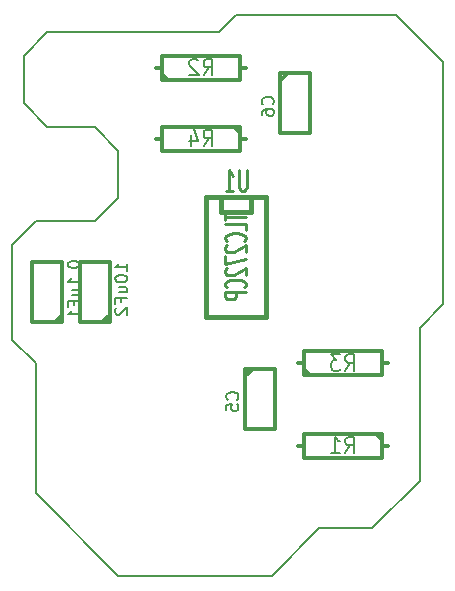
<source format=gbo>
G04 #@! TF.FileFunction,Legend,Bot*
%FSLAX46Y46*%
G04 Gerber Fmt 4.6, Leading zero omitted, Abs format (unit mm)*
G04 Created by KiCad (PCBNEW 4.0.2-stable) date 05/06/2017 19:07:13*
%MOMM*%
G01*
G04 APERTURE LIST*
%ADD10C,0.100000*%
%ADD11C,0.200000*%
%ADD12C,0.304800*%
%ADD13C,0.381000*%
%ADD14C,0.203200*%
%ADD15C,0.285750*%
%ADD16C,0.254000*%
G04 APERTURE END LIST*
D10*
D11*
X51500000Y-66000000D02*
X55500000Y-62000000D01*
X47000000Y-66000000D02*
X51500000Y-66000000D01*
X43000000Y-70000000D02*
X47000000Y-66000000D01*
X30000000Y-70000000D02*
X43000000Y-70000000D01*
X23000000Y-63000000D02*
X30000000Y-70000000D01*
X23000000Y-52000000D02*
X23000000Y-63000000D01*
X21000000Y-50000000D02*
X23000000Y-52000000D01*
X21000000Y-42000000D02*
X21000000Y-50000000D01*
X23000000Y-40000000D02*
X21000000Y-42000000D01*
X28000000Y-40000000D02*
X23000000Y-40000000D01*
X30000000Y-38000000D02*
X28000000Y-40000000D01*
X30000000Y-34000000D02*
X30000000Y-38000000D01*
X28000000Y-32000000D02*
X30000000Y-34000000D01*
X24000000Y-32000000D02*
X28000000Y-32000000D01*
X22000000Y-30000000D02*
X24000000Y-32000000D01*
X22000000Y-26000000D02*
X22000000Y-30000000D01*
X24000000Y-24000000D02*
X22000000Y-26000000D01*
X38500000Y-24000000D02*
X24000000Y-24000000D01*
X40000000Y-22500000D02*
X38500000Y-24000000D01*
X53500000Y-22500000D02*
X40000000Y-22500000D01*
X57500000Y-26500000D02*
X53500000Y-22500000D01*
X57500000Y-47000000D02*
X57500000Y-26500000D01*
X55500000Y-49000000D02*
X57500000Y-47000000D01*
X55500000Y-62000000D02*
X55500000Y-49000000D01*
X51500000Y-66000000D02*
X55500000Y-62000000D01*
X47000000Y-66000000D02*
X51500000Y-66000000D01*
X43000000Y-70000000D02*
X47000000Y-66000000D01*
D12*
X25270000Y-48489200D02*
X25270000Y-43460000D01*
X25270000Y-43460000D02*
X22730000Y-43460000D01*
X22730000Y-43460000D02*
X22730000Y-48540000D01*
X22730000Y-48540000D02*
X25270000Y-48540000D01*
X24635000Y-48540000D02*
X25270000Y-47905000D01*
X29270000Y-48489200D02*
X29270000Y-43460000D01*
X29270000Y-43460000D02*
X26730000Y-43460000D01*
X26730000Y-43460000D02*
X26730000Y-48540000D01*
X26730000Y-48540000D02*
X29270000Y-48540000D01*
X28635000Y-48540000D02*
X29270000Y-47905000D01*
X33190000Y-27000000D02*
X33698000Y-27000000D01*
X40810000Y-27000000D02*
X40302000Y-27000000D01*
X40302000Y-27000000D02*
X40302000Y-28016000D01*
X40302000Y-28016000D02*
X33698000Y-28016000D01*
X33698000Y-28016000D02*
X33698000Y-25984000D01*
X33698000Y-25984000D02*
X40302000Y-25984000D01*
X40302000Y-25984000D02*
X40302000Y-27000000D01*
X33698000Y-27508000D02*
X34206000Y-28016000D01*
X52810000Y-59000000D02*
X52302000Y-59000000D01*
X45190000Y-59000000D02*
X45698000Y-59000000D01*
X45698000Y-59000000D02*
X45698000Y-57984000D01*
X45698000Y-57984000D02*
X52302000Y-57984000D01*
X52302000Y-57984000D02*
X52302000Y-60016000D01*
X52302000Y-60016000D02*
X45698000Y-60016000D01*
X45698000Y-60016000D02*
X45698000Y-59000000D01*
X52302000Y-58492000D02*
X51794000Y-57984000D01*
X45190000Y-52000000D02*
X45698000Y-52000000D01*
X52810000Y-52000000D02*
X52302000Y-52000000D01*
X52302000Y-52000000D02*
X52302000Y-53016000D01*
X52302000Y-53016000D02*
X45698000Y-53016000D01*
X45698000Y-53016000D02*
X45698000Y-50984000D01*
X45698000Y-50984000D02*
X52302000Y-50984000D01*
X52302000Y-50984000D02*
X52302000Y-52000000D01*
X45698000Y-52508000D02*
X46206000Y-53016000D01*
X40810000Y-33000000D02*
X40302000Y-33000000D01*
X33190000Y-33000000D02*
X33698000Y-33000000D01*
X33698000Y-33000000D02*
X33698000Y-31984000D01*
X33698000Y-31984000D02*
X40302000Y-31984000D01*
X40302000Y-31984000D02*
X40302000Y-34016000D01*
X40302000Y-34016000D02*
X33698000Y-34016000D01*
X33698000Y-34016000D02*
X33698000Y-33000000D01*
X40302000Y-32492000D02*
X39794000Y-31984000D01*
D13*
X38730000Y-37920000D02*
X38730000Y-39190000D01*
X38730000Y-39190000D02*
X41270000Y-39190000D01*
X41270000Y-39190000D02*
X41270000Y-37920000D01*
X37460000Y-37920000D02*
X37460000Y-48080000D01*
X37460000Y-48080000D02*
X42540000Y-48080000D01*
X42540000Y-48080000D02*
X42540000Y-37920000D01*
X42540000Y-37920000D02*
X37460000Y-37920000D01*
D12*
X43730000Y-27510800D02*
X43730000Y-32540000D01*
X43730000Y-32540000D02*
X46270000Y-32540000D01*
X46270000Y-32540000D02*
X46270000Y-27460000D01*
X46270000Y-27460000D02*
X43730000Y-27460000D01*
X44365000Y-27460000D02*
X43730000Y-28095000D01*
X40730000Y-52510800D02*
X40730000Y-57540000D01*
X40730000Y-57540000D02*
X43270000Y-57540000D01*
X43270000Y-57540000D02*
X43270000Y-52460000D01*
X43270000Y-52460000D02*
X40730000Y-52460000D01*
X41365000Y-52460000D02*
X40730000Y-53095000D01*
D14*
X25729619Y-43593048D02*
X25729619Y-43689809D01*
X25778000Y-43786571D01*
X25826381Y-43834952D01*
X25923143Y-43883333D01*
X26116667Y-43931714D01*
X26358571Y-43931714D01*
X26552095Y-43883333D01*
X26648857Y-43834952D01*
X26697238Y-43786571D01*
X26745619Y-43689809D01*
X26745619Y-43593048D01*
X26697238Y-43496286D01*
X26648857Y-43447905D01*
X26552095Y-43399524D01*
X26358571Y-43351143D01*
X26116667Y-43351143D01*
X25923143Y-43399524D01*
X25826381Y-43447905D01*
X25778000Y-43496286D01*
X25729619Y-43593048D01*
X26648857Y-44367143D02*
X26697238Y-44415524D01*
X26745619Y-44367143D01*
X26697238Y-44318762D01*
X26648857Y-44367143D01*
X26745619Y-44367143D01*
X26745619Y-45383143D02*
X26745619Y-44802572D01*
X26745619Y-45092858D02*
X25729619Y-45092858D01*
X25874762Y-44996096D01*
X25971524Y-44899334D01*
X26019905Y-44802572D01*
X26068286Y-46254000D02*
X26745619Y-46254000D01*
X26068286Y-45818572D02*
X26600476Y-45818572D01*
X26697238Y-45866953D01*
X26745619Y-45963715D01*
X26745619Y-46108857D01*
X26697238Y-46205619D01*
X26648857Y-46254000D01*
X26213429Y-47076476D02*
X26213429Y-46737810D01*
X26745619Y-46737810D02*
X25729619Y-46737810D01*
X25729619Y-47221619D01*
X26745619Y-48140857D02*
X26745619Y-47560286D01*
X26745619Y-47850572D02*
X25729619Y-47850572D01*
X25874762Y-47753810D01*
X25971524Y-47657048D01*
X26019905Y-47560286D01*
X30745619Y-44173619D02*
X30745619Y-43593048D01*
X30745619Y-43883334D02*
X29729619Y-43883334D01*
X29874762Y-43786572D01*
X29971524Y-43689810D01*
X30019905Y-43593048D01*
X29729619Y-44802572D02*
X29729619Y-44899333D01*
X29778000Y-44996095D01*
X29826381Y-45044476D01*
X29923143Y-45092857D01*
X30116667Y-45141238D01*
X30358571Y-45141238D01*
X30552095Y-45092857D01*
X30648857Y-45044476D01*
X30697238Y-44996095D01*
X30745619Y-44899333D01*
X30745619Y-44802572D01*
X30697238Y-44705810D01*
X30648857Y-44657429D01*
X30552095Y-44609048D01*
X30358571Y-44560667D01*
X30116667Y-44560667D01*
X29923143Y-44609048D01*
X29826381Y-44657429D01*
X29778000Y-44705810D01*
X29729619Y-44802572D01*
X30068286Y-46012095D02*
X30745619Y-46012095D01*
X30068286Y-45576667D02*
X30600476Y-45576667D01*
X30697238Y-45625048D01*
X30745619Y-45721810D01*
X30745619Y-45866952D01*
X30697238Y-45963714D01*
X30648857Y-46012095D01*
X30213429Y-46834571D02*
X30213429Y-46495905D01*
X30745619Y-46495905D02*
X29729619Y-46495905D01*
X29729619Y-46979714D01*
X29826381Y-47318381D02*
X29778000Y-47366762D01*
X29729619Y-47463524D01*
X29729619Y-47705428D01*
X29778000Y-47802190D01*
X29826381Y-47850571D01*
X29923143Y-47898952D01*
X30019905Y-47898952D01*
X30165048Y-47850571D01*
X30745619Y-47270000D01*
X30745619Y-47898952D01*
X37211667Y-27631976D02*
X37635000Y-26966738D01*
X37937381Y-27631976D02*
X37937381Y-26234976D01*
X37453572Y-26234976D01*
X37332619Y-26301500D01*
X37272143Y-26368024D01*
X37211667Y-26501071D01*
X37211667Y-26700643D01*
X37272143Y-26833690D01*
X37332619Y-26900214D01*
X37453572Y-26966738D01*
X37937381Y-26966738D01*
X36727857Y-26368024D02*
X36667381Y-26301500D01*
X36546429Y-26234976D01*
X36244048Y-26234976D01*
X36123095Y-26301500D01*
X36062619Y-26368024D01*
X36002143Y-26501071D01*
X36002143Y-26634119D01*
X36062619Y-26833690D01*
X36788333Y-27631976D01*
X36002143Y-27631976D01*
X49211667Y-59631976D02*
X49635000Y-58966738D01*
X49937381Y-59631976D02*
X49937381Y-58234976D01*
X49453572Y-58234976D01*
X49332619Y-58301500D01*
X49272143Y-58368024D01*
X49211667Y-58501071D01*
X49211667Y-58700643D01*
X49272143Y-58833690D01*
X49332619Y-58900214D01*
X49453572Y-58966738D01*
X49937381Y-58966738D01*
X48002143Y-59631976D02*
X48727857Y-59631976D01*
X48365000Y-59631976D02*
X48365000Y-58234976D01*
X48485952Y-58434548D01*
X48606905Y-58567595D01*
X48727857Y-58634119D01*
X49211667Y-52631976D02*
X49635000Y-51966738D01*
X49937381Y-52631976D02*
X49937381Y-51234976D01*
X49453572Y-51234976D01*
X49332619Y-51301500D01*
X49272143Y-51368024D01*
X49211667Y-51501071D01*
X49211667Y-51700643D01*
X49272143Y-51833690D01*
X49332619Y-51900214D01*
X49453572Y-51966738D01*
X49937381Y-51966738D01*
X48788333Y-51234976D02*
X48002143Y-51234976D01*
X48425476Y-51767167D01*
X48244048Y-51767167D01*
X48123095Y-51833690D01*
X48062619Y-51900214D01*
X48002143Y-52033262D01*
X48002143Y-52365881D01*
X48062619Y-52498929D01*
X48123095Y-52565452D01*
X48244048Y-52631976D01*
X48606905Y-52631976D01*
X48727857Y-52565452D01*
X48788333Y-52498929D01*
X37211667Y-33631976D02*
X37635000Y-32966738D01*
X37937381Y-33631976D02*
X37937381Y-32234976D01*
X37453572Y-32234976D01*
X37332619Y-32301500D01*
X37272143Y-32368024D01*
X37211667Y-32501071D01*
X37211667Y-32700643D01*
X37272143Y-32833690D01*
X37332619Y-32900214D01*
X37453572Y-32966738D01*
X37937381Y-32966738D01*
X36123095Y-32700643D02*
X36123095Y-33631976D01*
X36425476Y-32168452D02*
X36727857Y-33166310D01*
X35941667Y-33166310D01*
D15*
X40870857Y-35676333D02*
X40870857Y-37115667D01*
X40816429Y-37285000D01*
X40762000Y-37369667D01*
X40653143Y-37454333D01*
X40435429Y-37454333D01*
X40326571Y-37369667D01*
X40272143Y-37285000D01*
X40217714Y-37115667D01*
X40217714Y-35676333D01*
X39074714Y-37454333D02*
X39727857Y-37454333D01*
X39401285Y-37454333D02*
X39401285Y-35676333D01*
X39510142Y-35930333D01*
X39619000Y-36099667D01*
X39727857Y-36184333D01*
D12*
D16*
X39026333Y-39323048D02*
X39026333Y-39903619D01*
X40804333Y-39613334D02*
X39026333Y-39613334D01*
X40804333Y-40726095D02*
X40804333Y-40242286D01*
X39026333Y-40242286D01*
X40635000Y-41645333D02*
X40719667Y-41596952D01*
X40804333Y-41451809D01*
X40804333Y-41355047D01*
X40719667Y-41209905D01*
X40550333Y-41113143D01*
X40381000Y-41064762D01*
X40042333Y-41016381D01*
X39788333Y-41016381D01*
X39449667Y-41064762D01*
X39280333Y-41113143D01*
X39111000Y-41209905D01*
X39026333Y-41355047D01*
X39026333Y-41451809D01*
X39111000Y-41596952D01*
X39195667Y-41645333D01*
X39195667Y-42032381D02*
X39111000Y-42080762D01*
X39026333Y-42177524D01*
X39026333Y-42419428D01*
X39111000Y-42516190D01*
X39195667Y-42564571D01*
X39365000Y-42612952D01*
X39534333Y-42612952D01*
X39788333Y-42564571D01*
X40804333Y-41984000D01*
X40804333Y-42612952D01*
X39026333Y-42951619D02*
X39026333Y-43628952D01*
X40804333Y-43193524D01*
X39195667Y-43967619D02*
X39111000Y-44016000D01*
X39026333Y-44112762D01*
X39026333Y-44354666D01*
X39111000Y-44451428D01*
X39195667Y-44499809D01*
X39365000Y-44548190D01*
X39534333Y-44548190D01*
X39788333Y-44499809D01*
X40804333Y-43919238D01*
X40804333Y-44548190D01*
X40635000Y-45564190D02*
X40719667Y-45515809D01*
X40804333Y-45370666D01*
X40804333Y-45273904D01*
X40719667Y-45128762D01*
X40550333Y-45032000D01*
X40381000Y-44983619D01*
X40042333Y-44935238D01*
X39788333Y-44935238D01*
X39449667Y-44983619D01*
X39280333Y-45032000D01*
X39111000Y-45128762D01*
X39026333Y-45273904D01*
X39026333Y-45370666D01*
X39111000Y-45515809D01*
X39195667Y-45564190D01*
X40804333Y-45999619D02*
X39026333Y-45999619D01*
X39026333Y-46386666D01*
X39111000Y-46483428D01*
X39195667Y-46531809D01*
X39365000Y-46580190D01*
X39619000Y-46580190D01*
X39788333Y-46531809D01*
X39873000Y-46483428D01*
X39957667Y-46386666D01*
X39957667Y-45999619D01*
D12*
D14*
X43076857Y-30084667D02*
X43125238Y-30036286D01*
X43173619Y-29891143D01*
X43173619Y-29794381D01*
X43125238Y-29649239D01*
X43028476Y-29552477D01*
X42931714Y-29504096D01*
X42738190Y-29455715D01*
X42593048Y-29455715D01*
X42399524Y-29504096D01*
X42302762Y-29552477D01*
X42206000Y-29649239D01*
X42157619Y-29794381D01*
X42157619Y-29891143D01*
X42206000Y-30036286D01*
X42254381Y-30084667D01*
X42157619Y-30955524D02*
X42157619Y-30762001D01*
X42206000Y-30665239D01*
X42254381Y-30616858D01*
X42399524Y-30520096D01*
X42593048Y-30471715D01*
X42980095Y-30471715D01*
X43076857Y-30520096D01*
X43125238Y-30568477D01*
X43173619Y-30665239D01*
X43173619Y-30858762D01*
X43125238Y-30955524D01*
X43076857Y-31003905D01*
X42980095Y-31052286D01*
X42738190Y-31052286D01*
X42641429Y-31003905D01*
X42593048Y-30955524D01*
X42544667Y-30858762D01*
X42544667Y-30665239D01*
X42593048Y-30568477D01*
X42641429Y-30520096D01*
X42738190Y-30471715D01*
X40076857Y-55084667D02*
X40125238Y-55036286D01*
X40173619Y-54891143D01*
X40173619Y-54794381D01*
X40125238Y-54649239D01*
X40028476Y-54552477D01*
X39931714Y-54504096D01*
X39738190Y-54455715D01*
X39593048Y-54455715D01*
X39399524Y-54504096D01*
X39302762Y-54552477D01*
X39206000Y-54649239D01*
X39157619Y-54794381D01*
X39157619Y-54891143D01*
X39206000Y-55036286D01*
X39254381Y-55084667D01*
X39157619Y-56003905D02*
X39157619Y-55520096D01*
X39641429Y-55471715D01*
X39593048Y-55520096D01*
X39544667Y-55616858D01*
X39544667Y-55858762D01*
X39593048Y-55955524D01*
X39641429Y-56003905D01*
X39738190Y-56052286D01*
X39980095Y-56052286D01*
X40076857Y-56003905D01*
X40125238Y-55955524D01*
X40173619Y-55858762D01*
X40173619Y-55616858D01*
X40125238Y-55520096D01*
X40076857Y-55471715D01*
M02*

</source>
